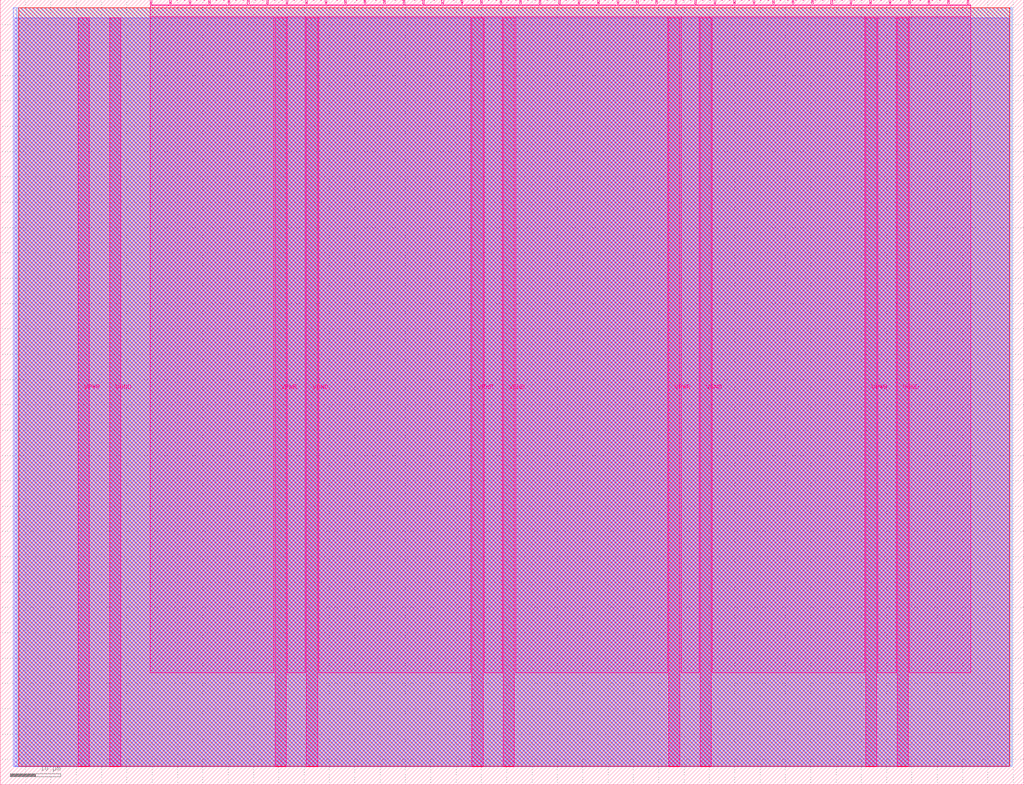
<source format=lef>
VERSION 5.7 ;
  NOWIREEXTENSIONATPIN ON ;
  DIVIDERCHAR "/" ;
  BUSBITCHARS "[]" ;
MACRO tt_um_shuangyu_top
  CLASS BLOCK ;
  FOREIGN tt_um_shuangyu_top ;
  ORIGIN 0.000 0.000 ;
  SIZE 202.080 BY 154.980 ;
  PIN VGND
    DIRECTION INOUT ;
    USE GROUND ;
    PORT
      LAYER Metal5 ;
        RECT 21.580 3.560 23.780 151.420 ;
    END
    PORT
      LAYER Metal5 ;
        RECT 60.450 3.560 62.650 151.420 ;
    END
    PORT
      LAYER Metal5 ;
        RECT 99.320 3.560 101.520 151.420 ;
    END
    PORT
      LAYER Metal5 ;
        RECT 138.190 3.560 140.390 151.420 ;
    END
    PORT
      LAYER Metal5 ;
        RECT 177.060 3.560 179.260 151.420 ;
    END
  END VGND
  PIN VPWR
    DIRECTION INOUT ;
    USE POWER ;
    PORT
      LAYER Metal5 ;
        RECT 15.380 3.560 17.580 151.420 ;
    END
    PORT
      LAYER Metal5 ;
        RECT 54.250 3.560 56.450 151.420 ;
    END
    PORT
      LAYER Metal5 ;
        RECT 93.120 3.560 95.320 151.420 ;
    END
    PORT
      LAYER Metal5 ;
        RECT 131.990 3.560 134.190 151.420 ;
    END
    PORT
      LAYER Metal5 ;
        RECT 170.860 3.560 173.060 151.420 ;
    END
  END VPWR
  PIN clk
    DIRECTION INPUT ;
    USE SIGNAL ;
    ANTENNAGATEAREA 0.213200 ;
    PORT
      LAYER Metal5 ;
        RECT 187.050 153.980 187.350 154.980 ;
    END
  END clk
  PIN ena
    DIRECTION INPUT ;
    USE SIGNAL ;
    PORT
      LAYER Metal5 ;
        RECT 190.890 153.980 191.190 154.980 ;
    END
  END ena
  PIN rst_n
    DIRECTION INPUT ;
    USE SIGNAL ;
    ANTENNAGATEAREA 0.527800 ;
    PORT
      LAYER Metal5 ;
        RECT 183.210 153.980 183.510 154.980 ;
    END
  END rst_n
  PIN ui_in[0]
    DIRECTION INPUT ;
    USE SIGNAL ;
    ANTENNAGATEAREA 0.180700 ;
    PORT
      LAYER Metal5 ;
        RECT 179.370 153.980 179.670 154.980 ;
    END
  END ui_in[0]
  PIN ui_in[1]
    DIRECTION INPUT ;
    USE SIGNAL ;
    ANTENNAGATEAREA 0.180700 ;
    PORT
      LAYER Metal5 ;
        RECT 175.530 153.980 175.830 154.980 ;
    END
  END ui_in[1]
  PIN ui_in[2]
    DIRECTION INPUT ;
    USE SIGNAL ;
    ANTENNAGATEAREA 0.180700 ;
    PORT
      LAYER Metal5 ;
        RECT 171.690 153.980 171.990 154.980 ;
    END
  END ui_in[2]
  PIN ui_in[3]
    DIRECTION INPUT ;
    USE SIGNAL ;
    ANTENNAGATEAREA 0.180700 ;
    PORT
      LAYER Metal5 ;
        RECT 167.850 153.980 168.150 154.980 ;
    END
  END ui_in[3]
  PIN ui_in[4]
    DIRECTION INPUT ;
    USE SIGNAL ;
    PORT
      LAYER Metal5 ;
        RECT 164.010 153.980 164.310 154.980 ;
    END
  END ui_in[4]
  PIN ui_in[5]
    DIRECTION INPUT ;
    USE SIGNAL ;
    PORT
      LAYER Metal5 ;
        RECT 160.170 153.980 160.470 154.980 ;
    END
  END ui_in[5]
  PIN ui_in[6]
    DIRECTION INPUT ;
    USE SIGNAL ;
    PORT
      LAYER Metal5 ;
        RECT 156.330 153.980 156.630 154.980 ;
    END
  END ui_in[6]
  PIN ui_in[7]
    DIRECTION INPUT ;
    USE SIGNAL ;
    PORT
      LAYER Metal5 ;
        RECT 152.490 153.980 152.790 154.980 ;
    END
  END ui_in[7]
  PIN uio_in[0]
    DIRECTION INPUT ;
    USE SIGNAL ;
    PORT
      LAYER Metal5 ;
        RECT 148.650 153.980 148.950 154.980 ;
    END
  END uio_in[0]
  PIN uio_in[1]
    DIRECTION INPUT ;
    USE SIGNAL ;
    PORT
      LAYER Metal5 ;
        RECT 144.810 153.980 145.110 154.980 ;
    END
  END uio_in[1]
  PIN uio_in[2]
    DIRECTION INPUT ;
    USE SIGNAL ;
    PORT
      LAYER Metal5 ;
        RECT 140.970 153.980 141.270 154.980 ;
    END
  END uio_in[2]
  PIN uio_in[3]
    DIRECTION INPUT ;
    USE SIGNAL ;
    PORT
      LAYER Metal5 ;
        RECT 137.130 153.980 137.430 154.980 ;
    END
  END uio_in[3]
  PIN uio_in[4]
    DIRECTION INPUT ;
    USE SIGNAL ;
    PORT
      LAYER Metal5 ;
        RECT 133.290 153.980 133.590 154.980 ;
    END
  END uio_in[4]
  PIN uio_in[5]
    DIRECTION INPUT ;
    USE SIGNAL ;
    PORT
      LAYER Metal5 ;
        RECT 129.450 153.980 129.750 154.980 ;
    END
  END uio_in[5]
  PIN uio_in[6]
    DIRECTION INPUT ;
    USE SIGNAL ;
    PORT
      LAYER Metal5 ;
        RECT 125.610 153.980 125.910 154.980 ;
    END
  END uio_in[6]
  PIN uio_in[7]
    DIRECTION INPUT ;
    USE SIGNAL ;
    PORT
      LAYER Metal5 ;
        RECT 121.770 153.980 122.070 154.980 ;
    END
  END uio_in[7]
  PIN uio_oe[0]
    DIRECTION OUTPUT ;
    USE SIGNAL ;
    ANTENNADIFFAREA 0.392700 ;
    PORT
      LAYER Metal5 ;
        RECT 56.490 153.980 56.790 154.980 ;
    END
  END uio_oe[0]
  PIN uio_oe[1]
    DIRECTION OUTPUT ;
    USE SIGNAL ;
    ANTENNADIFFAREA 0.392700 ;
    PORT
      LAYER Metal5 ;
        RECT 52.650 153.980 52.950 154.980 ;
    END
  END uio_oe[1]
  PIN uio_oe[2]
    DIRECTION OUTPUT ;
    USE SIGNAL ;
    ANTENNADIFFAREA 0.392700 ;
    PORT
      LAYER Metal5 ;
        RECT 48.810 153.980 49.110 154.980 ;
    END
  END uio_oe[2]
  PIN uio_oe[3]
    DIRECTION OUTPUT ;
    USE SIGNAL ;
    ANTENNADIFFAREA 0.392700 ;
    PORT
      LAYER Metal5 ;
        RECT 44.970 153.980 45.270 154.980 ;
    END
  END uio_oe[3]
  PIN uio_oe[4]
    DIRECTION OUTPUT ;
    USE SIGNAL ;
    ANTENNADIFFAREA 0.392700 ;
    PORT
      LAYER Metal5 ;
        RECT 41.130 153.980 41.430 154.980 ;
    END
  END uio_oe[4]
  PIN uio_oe[5]
    DIRECTION OUTPUT ;
    USE SIGNAL ;
    ANTENNADIFFAREA 0.392700 ;
    PORT
      LAYER Metal5 ;
        RECT 37.290 153.980 37.590 154.980 ;
    END
  END uio_oe[5]
  PIN uio_oe[6]
    DIRECTION OUTPUT ;
    USE SIGNAL ;
    ANTENNADIFFAREA 0.392700 ;
    PORT
      LAYER Metal5 ;
        RECT 33.450 153.980 33.750 154.980 ;
    END
  END uio_oe[6]
  PIN uio_oe[7]
    DIRECTION OUTPUT ;
    USE SIGNAL ;
    ANTENNADIFFAREA 0.392700 ;
    PORT
      LAYER Metal5 ;
        RECT 29.610 153.980 29.910 154.980 ;
    END
  END uio_oe[7]
  PIN uio_out[0]
    DIRECTION OUTPUT ;
    USE SIGNAL ;
    ANTENNADIFFAREA 0.299200 ;
    PORT
      LAYER Metal5 ;
        RECT 87.210 153.980 87.510 154.980 ;
    END
  END uio_out[0]
  PIN uio_out[1]
    DIRECTION OUTPUT ;
    USE SIGNAL ;
    ANTENNADIFFAREA 1.039100 ;
    PORT
      LAYER Metal5 ;
        RECT 83.370 153.980 83.670 154.980 ;
    END
  END uio_out[1]
  PIN uio_out[2]
    DIRECTION OUTPUT ;
    USE SIGNAL ;
    ANTENNADIFFAREA 1.039100 ;
    PORT
      LAYER Metal5 ;
        RECT 79.530 153.980 79.830 154.980 ;
    END
  END uio_out[2]
  PIN uio_out[3]
    DIRECTION OUTPUT ;
    USE SIGNAL ;
    ANTENNADIFFAREA 1.039100 ;
    PORT
      LAYER Metal5 ;
        RECT 75.690 153.980 75.990 154.980 ;
    END
  END uio_out[3]
  PIN uio_out[4]
    DIRECTION OUTPUT ;
    USE SIGNAL ;
    ANTENNAGATEAREA 0.399100 ;
    ANTENNADIFFAREA 1.039100 ;
    PORT
      LAYER Metal5 ;
        RECT 71.850 153.980 72.150 154.980 ;
    END
  END uio_out[4]
  PIN uio_out[5]
    DIRECTION OUTPUT ;
    USE SIGNAL ;
    ANTENNAGATEAREA 0.773500 ;
    ANTENNADIFFAREA 0.632400 ;
    PORT
      LAYER Metal5 ;
        RECT 68.010 153.980 68.310 154.980 ;
    END
  END uio_out[5]
  PIN uio_out[6]
    DIRECTION OUTPUT ;
    USE SIGNAL ;
    ANTENNAGATEAREA 0.773500 ;
    ANTENNADIFFAREA 0.632400 ;
    PORT
      LAYER Metal5 ;
        RECT 64.170 153.980 64.470 154.980 ;
    END
  END uio_out[6]
  PIN uio_out[7]
    DIRECTION OUTPUT ;
    USE SIGNAL ;
    ANTENNAGATEAREA 0.592800 ;
    ANTENNADIFFAREA 0.632400 ;
    PORT
      LAYER Metal5 ;
        RECT 60.330 153.980 60.630 154.980 ;
    END
  END uio_out[7]
  PIN uo_out[0]
    DIRECTION OUTPUT ;
    USE SIGNAL ;
    ANTENNADIFFAREA 0.632400 ;
    PORT
      LAYER Metal5 ;
        RECT 117.930 153.980 118.230 154.980 ;
    END
  END uo_out[0]
  PIN uo_out[1]
    DIRECTION OUTPUT ;
    USE SIGNAL ;
    ANTENNADIFFAREA 0.632400 ;
    PORT
      LAYER Metal5 ;
        RECT 114.090 153.980 114.390 154.980 ;
    END
  END uo_out[1]
  PIN uo_out[2]
    DIRECTION OUTPUT ;
    USE SIGNAL ;
    ANTENNADIFFAREA 0.632400 ;
    PORT
      LAYER Metal5 ;
        RECT 110.250 153.980 110.550 154.980 ;
    END
  END uo_out[2]
  PIN uo_out[3]
    DIRECTION OUTPUT ;
    USE SIGNAL ;
    ANTENNADIFFAREA 0.632400 ;
    PORT
      LAYER Metal5 ;
        RECT 106.410 153.980 106.710 154.980 ;
    END
  END uo_out[3]
  PIN uo_out[4]
    DIRECTION OUTPUT ;
    USE SIGNAL ;
    ANTENNADIFFAREA 0.632400 ;
    PORT
      LAYER Metal5 ;
        RECT 102.570 153.980 102.870 154.980 ;
    END
  END uo_out[4]
  PIN uo_out[5]
    DIRECTION OUTPUT ;
    USE SIGNAL ;
    ANTENNADIFFAREA 0.632400 ;
    PORT
      LAYER Metal5 ;
        RECT 98.730 153.980 99.030 154.980 ;
    END
  END uo_out[5]
  PIN uo_out[6]
    DIRECTION OUTPUT ;
    USE SIGNAL ;
    ANTENNADIFFAREA 1.039100 ;
    PORT
      LAYER Metal5 ;
        RECT 94.890 153.980 95.190 154.980 ;
    END
  END uo_out[6]
  PIN uo_out[7]
    DIRECTION OUTPUT ;
    USE SIGNAL ;
    ANTENNADIFFAREA 0.392700 ;
    PORT
      LAYER Metal5 ;
        RECT 91.050 153.980 91.350 154.980 ;
    END
  END uo_out[7]
  OBS
      LAYER GatPoly ;
        RECT 2.880 3.630 199.200 151.350 ;
      LAYER Metal1 ;
        RECT 2.880 3.560 199.200 151.420 ;
      LAYER Metal2 ;
        RECT 2.605 3.680 199.825 153.400 ;
      LAYER Metal3 ;
        RECT 3.260 3.635 199.780 153.445 ;
      LAYER Metal4 ;
        RECT 3.695 3.680 199.345 153.400 ;
      LAYER Metal5 ;
        RECT 30.120 153.770 33.240 153.980 ;
        RECT 33.960 153.770 37.080 153.980 ;
        RECT 37.800 153.770 40.920 153.980 ;
        RECT 41.640 153.770 44.760 153.980 ;
        RECT 45.480 153.770 48.600 153.980 ;
        RECT 49.320 153.770 52.440 153.980 ;
        RECT 53.160 153.770 56.280 153.980 ;
        RECT 57.000 153.770 60.120 153.980 ;
        RECT 60.840 153.770 63.960 153.980 ;
        RECT 64.680 153.770 67.800 153.980 ;
        RECT 68.520 153.770 71.640 153.980 ;
        RECT 72.360 153.770 75.480 153.980 ;
        RECT 76.200 153.770 79.320 153.980 ;
        RECT 80.040 153.770 83.160 153.980 ;
        RECT 83.880 153.770 87.000 153.980 ;
        RECT 87.720 153.770 90.840 153.980 ;
        RECT 91.560 153.770 94.680 153.980 ;
        RECT 95.400 153.770 98.520 153.980 ;
        RECT 99.240 153.770 102.360 153.980 ;
        RECT 103.080 153.770 106.200 153.980 ;
        RECT 106.920 153.770 110.040 153.980 ;
        RECT 110.760 153.770 113.880 153.980 ;
        RECT 114.600 153.770 117.720 153.980 ;
        RECT 118.440 153.770 121.560 153.980 ;
        RECT 122.280 153.770 125.400 153.980 ;
        RECT 126.120 153.770 129.240 153.980 ;
        RECT 129.960 153.770 133.080 153.980 ;
        RECT 133.800 153.770 136.920 153.980 ;
        RECT 137.640 153.770 140.760 153.980 ;
        RECT 141.480 153.770 144.600 153.980 ;
        RECT 145.320 153.770 148.440 153.980 ;
        RECT 149.160 153.770 152.280 153.980 ;
        RECT 153.000 153.770 156.120 153.980 ;
        RECT 156.840 153.770 159.960 153.980 ;
        RECT 160.680 153.770 163.800 153.980 ;
        RECT 164.520 153.770 167.640 153.980 ;
        RECT 168.360 153.770 171.480 153.980 ;
        RECT 172.200 153.770 175.320 153.980 ;
        RECT 176.040 153.770 179.160 153.980 ;
        RECT 179.880 153.770 183.000 153.980 ;
        RECT 183.720 153.770 186.840 153.980 ;
        RECT 187.560 153.770 190.680 153.980 ;
        RECT 191.400 153.770 191.620 153.980 ;
        RECT 29.660 151.630 191.620 153.770 ;
        RECT 29.660 22.115 54.040 151.630 ;
        RECT 56.660 22.115 60.240 151.630 ;
        RECT 62.860 22.115 92.910 151.630 ;
        RECT 95.530 22.115 99.110 151.630 ;
        RECT 101.730 22.115 131.780 151.630 ;
        RECT 134.400 22.115 137.980 151.630 ;
        RECT 140.600 22.115 170.650 151.630 ;
        RECT 173.270 22.115 176.850 151.630 ;
        RECT 179.470 22.115 191.620 151.630 ;
  END
END tt_um_shuangyu_top
END LIBRARY


</source>
